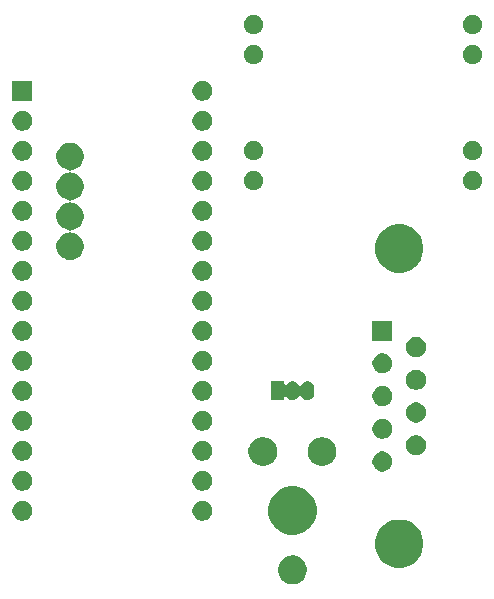
<source format=gbr>
G04 #@! TF.GenerationSoftware,KiCad,Pcbnew,5.1.5-52549c5~84~ubuntu19.10.1*
G04 #@! TF.CreationDate,2020-09-03T13:43:05+03:00*
G04 #@! TF.ProjectId,hymTracker,68796d54-7261-4636-9b65-722e6b696361,rev?*
G04 #@! TF.SameCoordinates,Original*
G04 #@! TF.FileFunction,Soldermask,Top*
G04 #@! TF.FilePolarity,Negative*
%FSLAX46Y46*%
G04 Gerber Fmt 4.6, Leading zero omitted, Abs format (unit mm)*
G04 Created by KiCad (PCBNEW 5.1.5-52549c5~84~ubuntu19.10.1) date 2020-09-03 13:43:05*
%MOMM*%
%LPD*%
G04 APERTURE LIST*
%ADD10C,0.100000*%
G04 APERTURE END LIST*
D10*
G36*
X84176153Y-91455922D02*
G01*
X84268194Y-91494047D01*
X84398359Y-91547963D01*
X84598342Y-91681587D01*
X84768413Y-91851658D01*
X84902037Y-92051641D01*
X84994078Y-92273848D01*
X85041000Y-92509741D01*
X85041000Y-92750259D01*
X84994078Y-92986152D01*
X84902037Y-93208359D01*
X84768413Y-93408342D01*
X84598342Y-93578413D01*
X84398359Y-93712037D01*
X84268194Y-93765953D01*
X84176153Y-93804078D01*
X84058205Y-93827539D01*
X83940259Y-93851000D01*
X83699741Y-93851000D01*
X83581795Y-93827539D01*
X83463847Y-93804078D01*
X83371806Y-93765953D01*
X83241641Y-93712037D01*
X83041658Y-93578413D01*
X82871587Y-93408342D01*
X82737963Y-93208359D01*
X82645922Y-92986152D01*
X82599000Y-92750259D01*
X82599000Y-92509741D01*
X82645922Y-92273848D01*
X82737963Y-92051641D01*
X82871587Y-91851658D01*
X83041658Y-91681587D01*
X83241641Y-91547963D01*
X83371806Y-91494047D01*
X83463847Y-91455922D01*
X83581795Y-91432461D01*
X83699741Y-91409000D01*
X83940259Y-91409000D01*
X84176153Y-91455922D01*
G37*
G36*
X93458254Y-88457818D02*
G01*
X93831511Y-88612426D01*
X93831513Y-88612427D01*
X94167436Y-88836884D01*
X94453116Y-89122564D01*
X94677574Y-89458489D01*
X94832182Y-89831746D01*
X94911000Y-90227993D01*
X94911000Y-90632007D01*
X94832182Y-91028254D01*
X94677574Y-91401511D01*
X94677573Y-91401513D01*
X94453116Y-91737436D01*
X94167436Y-92023116D01*
X93831513Y-92247573D01*
X93831512Y-92247574D01*
X93831511Y-92247574D01*
X93458254Y-92402182D01*
X93062007Y-92481000D01*
X92657993Y-92481000D01*
X92261746Y-92402182D01*
X91888489Y-92247574D01*
X91888488Y-92247574D01*
X91888487Y-92247573D01*
X91552564Y-92023116D01*
X91266884Y-91737436D01*
X91042427Y-91401513D01*
X91042426Y-91401511D01*
X90887818Y-91028254D01*
X90809000Y-90632007D01*
X90809000Y-90227993D01*
X90887818Y-89831746D01*
X91042426Y-89458489D01*
X91266884Y-89122564D01*
X91552564Y-88836884D01*
X91888487Y-88612427D01*
X91888489Y-88612426D01*
X92261746Y-88457818D01*
X92657993Y-88379000D01*
X93062007Y-88379000D01*
X93458254Y-88457818D01*
G37*
G36*
X84418254Y-85657818D02*
G01*
X84791511Y-85812426D01*
X84791513Y-85812427D01*
X84934989Y-85908295D01*
X85127436Y-86036884D01*
X85413116Y-86322564D01*
X85637574Y-86658489D01*
X85792182Y-87031746D01*
X85871000Y-87427993D01*
X85871000Y-87832007D01*
X85792182Y-88228254D01*
X85697093Y-88457819D01*
X85637573Y-88601513D01*
X85413116Y-88937436D01*
X85127436Y-89223116D01*
X84791513Y-89447573D01*
X84791512Y-89447574D01*
X84791511Y-89447574D01*
X84418254Y-89602182D01*
X84022007Y-89681000D01*
X83617993Y-89681000D01*
X83221746Y-89602182D01*
X82848489Y-89447574D01*
X82848488Y-89447574D01*
X82848487Y-89447573D01*
X82512564Y-89223116D01*
X82226884Y-88937436D01*
X82002427Y-88601513D01*
X81942907Y-88457819D01*
X81847818Y-88228254D01*
X81769000Y-87832007D01*
X81769000Y-87427993D01*
X81847818Y-87031746D01*
X82002426Y-86658489D01*
X82226884Y-86322564D01*
X82512564Y-86036884D01*
X82705011Y-85908295D01*
X82848487Y-85812427D01*
X82848489Y-85812426D01*
X83221746Y-85657818D01*
X83617993Y-85579000D01*
X84022007Y-85579000D01*
X84418254Y-85657818D01*
G37*
G36*
X61208228Y-86811703D02*
G01*
X61363100Y-86875853D01*
X61502481Y-86968985D01*
X61621015Y-87087519D01*
X61714147Y-87226900D01*
X61778297Y-87381772D01*
X61811000Y-87546184D01*
X61811000Y-87713816D01*
X61778297Y-87878228D01*
X61714147Y-88033100D01*
X61621015Y-88172481D01*
X61502481Y-88291015D01*
X61363100Y-88384147D01*
X61208228Y-88448297D01*
X61043816Y-88481000D01*
X60876184Y-88481000D01*
X60711772Y-88448297D01*
X60556900Y-88384147D01*
X60417519Y-88291015D01*
X60298985Y-88172481D01*
X60205853Y-88033100D01*
X60141703Y-87878228D01*
X60109000Y-87713816D01*
X60109000Y-87546184D01*
X60141703Y-87381772D01*
X60205853Y-87226900D01*
X60298985Y-87087519D01*
X60417519Y-86968985D01*
X60556900Y-86875853D01*
X60711772Y-86811703D01*
X60876184Y-86779000D01*
X61043816Y-86779000D01*
X61208228Y-86811703D01*
G37*
G36*
X76448228Y-86811703D02*
G01*
X76603100Y-86875853D01*
X76742481Y-86968985D01*
X76861015Y-87087519D01*
X76954147Y-87226900D01*
X77018297Y-87381772D01*
X77051000Y-87546184D01*
X77051000Y-87713816D01*
X77018297Y-87878228D01*
X76954147Y-88033100D01*
X76861015Y-88172481D01*
X76742481Y-88291015D01*
X76603100Y-88384147D01*
X76448228Y-88448297D01*
X76283816Y-88481000D01*
X76116184Y-88481000D01*
X75951772Y-88448297D01*
X75796900Y-88384147D01*
X75657519Y-88291015D01*
X75538985Y-88172481D01*
X75445853Y-88033100D01*
X75381703Y-87878228D01*
X75349000Y-87713816D01*
X75349000Y-87546184D01*
X75381703Y-87381772D01*
X75445853Y-87226900D01*
X75538985Y-87087519D01*
X75657519Y-86968985D01*
X75796900Y-86875853D01*
X75951772Y-86811703D01*
X76116184Y-86779000D01*
X76283816Y-86779000D01*
X76448228Y-86811703D01*
G37*
G36*
X61208228Y-84271703D02*
G01*
X61363100Y-84335853D01*
X61502481Y-84428985D01*
X61621015Y-84547519D01*
X61714147Y-84686900D01*
X61778297Y-84841772D01*
X61811000Y-85006184D01*
X61811000Y-85173816D01*
X61778297Y-85338228D01*
X61714147Y-85493100D01*
X61621015Y-85632481D01*
X61502481Y-85751015D01*
X61363100Y-85844147D01*
X61208228Y-85908297D01*
X61043816Y-85941000D01*
X60876184Y-85941000D01*
X60711772Y-85908297D01*
X60556900Y-85844147D01*
X60417519Y-85751015D01*
X60298985Y-85632481D01*
X60205853Y-85493100D01*
X60141703Y-85338228D01*
X60109000Y-85173816D01*
X60109000Y-85006184D01*
X60141703Y-84841772D01*
X60205853Y-84686900D01*
X60298985Y-84547519D01*
X60417519Y-84428985D01*
X60556900Y-84335853D01*
X60711772Y-84271703D01*
X60876184Y-84239000D01*
X61043816Y-84239000D01*
X61208228Y-84271703D01*
G37*
G36*
X76448228Y-84271703D02*
G01*
X76603100Y-84335853D01*
X76742481Y-84428985D01*
X76861015Y-84547519D01*
X76954147Y-84686900D01*
X77018297Y-84841772D01*
X77051000Y-85006184D01*
X77051000Y-85173816D01*
X77018297Y-85338228D01*
X76954147Y-85493100D01*
X76861015Y-85632481D01*
X76742481Y-85751015D01*
X76603100Y-85844147D01*
X76448228Y-85908297D01*
X76283816Y-85941000D01*
X76116184Y-85941000D01*
X75951772Y-85908297D01*
X75796900Y-85844147D01*
X75657519Y-85751015D01*
X75538985Y-85632481D01*
X75445853Y-85493100D01*
X75381703Y-85338228D01*
X75349000Y-85173816D01*
X75349000Y-85006184D01*
X75381703Y-84841772D01*
X75445853Y-84686900D01*
X75538985Y-84547519D01*
X75657519Y-84428985D01*
X75796900Y-84335853D01*
X75951772Y-84271703D01*
X76116184Y-84239000D01*
X76283816Y-84239000D01*
X76448228Y-84271703D01*
G37*
G36*
X91688228Y-82651703D02*
G01*
X91843100Y-82715853D01*
X91982481Y-82808985D01*
X92101015Y-82927519D01*
X92194147Y-83066900D01*
X92258297Y-83221772D01*
X92291000Y-83386184D01*
X92291000Y-83553816D01*
X92258297Y-83718228D01*
X92194147Y-83873100D01*
X92101015Y-84012481D01*
X91982481Y-84131015D01*
X91843100Y-84224147D01*
X91688228Y-84288297D01*
X91523816Y-84321000D01*
X91356184Y-84321000D01*
X91191772Y-84288297D01*
X91036900Y-84224147D01*
X90897519Y-84131015D01*
X90778985Y-84012481D01*
X90685853Y-83873100D01*
X90621703Y-83718228D01*
X90589000Y-83553816D01*
X90589000Y-83386184D01*
X90621703Y-83221772D01*
X90685853Y-83066900D01*
X90778985Y-82927519D01*
X90897519Y-82808985D01*
X91036900Y-82715853D01*
X91191772Y-82651703D01*
X91356184Y-82619000D01*
X91523816Y-82619000D01*
X91688228Y-82651703D01*
G37*
G36*
X86676153Y-81455922D02*
G01*
X86768194Y-81494047D01*
X86898359Y-81547963D01*
X87098342Y-81681587D01*
X87268413Y-81851658D01*
X87402037Y-82051641D01*
X87441496Y-82146903D01*
X87494078Y-82273847D01*
X87541000Y-82509742D01*
X87541000Y-82750258D01*
X87500653Y-82953100D01*
X87494078Y-82986152D01*
X87402037Y-83208359D01*
X87268413Y-83408342D01*
X87098342Y-83578413D01*
X86898359Y-83712037D01*
X86768194Y-83765953D01*
X86676153Y-83804078D01*
X86440259Y-83851000D01*
X86199741Y-83851000D01*
X85963847Y-83804078D01*
X85871806Y-83765953D01*
X85741641Y-83712037D01*
X85541658Y-83578413D01*
X85371587Y-83408342D01*
X85237963Y-83208359D01*
X85145922Y-82986152D01*
X85139348Y-82953100D01*
X85099000Y-82750258D01*
X85099000Y-82509742D01*
X85145922Y-82273847D01*
X85198504Y-82146903D01*
X85237963Y-82051641D01*
X85371587Y-81851658D01*
X85541658Y-81681587D01*
X85741641Y-81547963D01*
X85871806Y-81494047D01*
X85963847Y-81455922D01*
X86199741Y-81409000D01*
X86440259Y-81409000D01*
X86676153Y-81455922D01*
G37*
G36*
X81676153Y-81455922D02*
G01*
X81768194Y-81494047D01*
X81898359Y-81547963D01*
X82098342Y-81681587D01*
X82268413Y-81851658D01*
X82402037Y-82051641D01*
X82441496Y-82146903D01*
X82494078Y-82273847D01*
X82541000Y-82509742D01*
X82541000Y-82750258D01*
X82500653Y-82953100D01*
X82494078Y-82986152D01*
X82402037Y-83208359D01*
X82268413Y-83408342D01*
X82098342Y-83578413D01*
X81898359Y-83712037D01*
X81768194Y-83765953D01*
X81676153Y-83804078D01*
X81440259Y-83851000D01*
X81199741Y-83851000D01*
X80963847Y-83804078D01*
X80871806Y-83765953D01*
X80741641Y-83712037D01*
X80541658Y-83578413D01*
X80371587Y-83408342D01*
X80237963Y-83208359D01*
X80145922Y-82986152D01*
X80139348Y-82953100D01*
X80099000Y-82750258D01*
X80099000Y-82509742D01*
X80145922Y-82273847D01*
X80198504Y-82146903D01*
X80237963Y-82051641D01*
X80371587Y-81851658D01*
X80541658Y-81681587D01*
X80741641Y-81547963D01*
X80871806Y-81494047D01*
X80963847Y-81455922D01*
X81199741Y-81409000D01*
X81440259Y-81409000D01*
X81676153Y-81455922D01*
G37*
G36*
X61208228Y-81731703D02*
G01*
X61363100Y-81795853D01*
X61502481Y-81888985D01*
X61621015Y-82007519D01*
X61714147Y-82146900D01*
X61778297Y-82301772D01*
X61811000Y-82466184D01*
X61811000Y-82633816D01*
X61778297Y-82798228D01*
X61714147Y-82953100D01*
X61621015Y-83092481D01*
X61502481Y-83211015D01*
X61363100Y-83304147D01*
X61208228Y-83368297D01*
X61043816Y-83401000D01*
X60876184Y-83401000D01*
X60711772Y-83368297D01*
X60556900Y-83304147D01*
X60417519Y-83211015D01*
X60298985Y-83092481D01*
X60205853Y-82953100D01*
X60141703Y-82798228D01*
X60109000Y-82633816D01*
X60109000Y-82466184D01*
X60141703Y-82301772D01*
X60205853Y-82146900D01*
X60298985Y-82007519D01*
X60417519Y-81888985D01*
X60556900Y-81795853D01*
X60711772Y-81731703D01*
X60876184Y-81699000D01*
X61043816Y-81699000D01*
X61208228Y-81731703D01*
G37*
G36*
X76448228Y-81731703D02*
G01*
X76603100Y-81795853D01*
X76742481Y-81888985D01*
X76861015Y-82007519D01*
X76954147Y-82146900D01*
X77018297Y-82301772D01*
X77051000Y-82466184D01*
X77051000Y-82633816D01*
X77018297Y-82798228D01*
X76954147Y-82953100D01*
X76861015Y-83092481D01*
X76742481Y-83211015D01*
X76603100Y-83304147D01*
X76448228Y-83368297D01*
X76283816Y-83401000D01*
X76116184Y-83401000D01*
X75951772Y-83368297D01*
X75796900Y-83304147D01*
X75657519Y-83211015D01*
X75538985Y-83092481D01*
X75445853Y-82953100D01*
X75381703Y-82798228D01*
X75349000Y-82633816D01*
X75349000Y-82466184D01*
X75381703Y-82301772D01*
X75445853Y-82146900D01*
X75538985Y-82007519D01*
X75657519Y-81888985D01*
X75796900Y-81795853D01*
X75951772Y-81731703D01*
X76116184Y-81699000D01*
X76283816Y-81699000D01*
X76448228Y-81731703D01*
G37*
G36*
X94528228Y-81266703D02*
G01*
X94683100Y-81330853D01*
X94822481Y-81423985D01*
X94941015Y-81542519D01*
X95034147Y-81681900D01*
X95098297Y-81836772D01*
X95131000Y-82001184D01*
X95131000Y-82168816D01*
X95098297Y-82333228D01*
X95034147Y-82488100D01*
X94941015Y-82627481D01*
X94822481Y-82746015D01*
X94683100Y-82839147D01*
X94528228Y-82903297D01*
X94363816Y-82936000D01*
X94196184Y-82936000D01*
X94031772Y-82903297D01*
X93876900Y-82839147D01*
X93737519Y-82746015D01*
X93618985Y-82627481D01*
X93525853Y-82488100D01*
X93461703Y-82333228D01*
X93429000Y-82168816D01*
X93429000Y-82001184D01*
X93461703Y-81836772D01*
X93525853Y-81681900D01*
X93618985Y-81542519D01*
X93737519Y-81423985D01*
X93876900Y-81330853D01*
X94031772Y-81266703D01*
X94196184Y-81234000D01*
X94363816Y-81234000D01*
X94528228Y-81266703D01*
G37*
G36*
X91688228Y-79881703D02*
G01*
X91843100Y-79945853D01*
X91982481Y-80038985D01*
X92101015Y-80157519D01*
X92194147Y-80296900D01*
X92258297Y-80451772D01*
X92291000Y-80616184D01*
X92291000Y-80783816D01*
X92258297Y-80948228D01*
X92194147Y-81103100D01*
X92101015Y-81242481D01*
X91982481Y-81361015D01*
X91843100Y-81454147D01*
X91688228Y-81518297D01*
X91523816Y-81551000D01*
X91356184Y-81551000D01*
X91191772Y-81518297D01*
X91036900Y-81454147D01*
X90897519Y-81361015D01*
X90778985Y-81242481D01*
X90685853Y-81103100D01*
X90621703Y-80948228D01*
X90589000Y-80783816D01*
X90589000Y-80616184D01*
X90621703Y-80451772D01*
X90685853Y-80296900D01*
X90778985Y-80157519D01*
X90897519Y-80038985D01*
X91036900Y-79945853D01*
X91191772Y-79881703D01*
X91356184Y-79849000D01*
X91523816Y-79849000D01*
X91688228Y-79881703D01*
G37*
G36*
X76448228Y-79191703D02*
G01*
X76603100Y-79255853D01*
X76742481Y-79348985D01*
X76861015Y-79467519D01*
X76954147Y-79606900D01*
X77018297Y-79761772D01*
X77051000Y-79926184D01*
X77051000Y-80093816D01*
X77018297Y-80258228D01*
X76954147Y-80413100D01*
X76861015Y-80552481D01*
X76742481Y-80671015D01*
X76603100Y-80764147D01*
X76448228Y-80828297D01*
X76283816Y-80861000D01*
X76116184Y-80861000D01*
X75951772Y-80828297D01*
X75796900Y-80764147D01*
X75657519Y-80671015D01*
X75538985Y-80552481D01*
X75445853Y-80413100D01*
X75381703Y-80258228D01*
X75349000Y-80093816D01*
X75349000Y-79926184D01*
X75381703Y-79761772D01*
X75445853Y-79606900D01*
X75538985Y-79467519D01*
X75657519Y-79348985D01*
X75796900Y-79255853D01*
X75951772Y-79191703D01*
X76116184Y-79159000D01*
X76283816Y-79159000D01*
X76448228Y-79191703D01*
G37*
G36*
X61208228Y-79191703D02*
G01*
X61363100Y-79255853D01*
X61502481Y-79348985D01*
X61621015Y-79467519D01*
X61714147Y-79606900D01*
X61778297Y-79761772D01*
X61811000Y-79926184D01*
X61811000Y-80093816D01*
X61778297Y-80258228D01*
X61714147Y-80413100D01*
X61621015Y-80552481D01*
X61502481Y-80671015D01*
X61363100Y-80764147D01*
X61208228Y-80828297D01*
X61043816Y-80861000D01*
X60876184Y-80861000D01*
X60711772Y-80828297D01*
X60556900Y-80764147D01*
X60417519Y-80671015D01*
X60298985Y-80552481D01*
X60205853Y-80413100D01*
X60141703Y-80258228D01*
X60109000Y-80093816D01*
X60109000Y-79926184D01*
X60141703Y-79761772D01*
X60205853Y-79606900D01*
X60298985Y-79467519D01*
X60417519Y-79348985D01*
X60556900Y-79255853D01*
X60711772Y-79191703D01*
X60876184Y-79159000D01*
X61043816Y-79159000D01*
X61208228Y-79191703D01*
G37*
G36*
X94528228Y-78496703D02*
G01*
X94683100Y-78560853D01*
X94822481Y-78653985D01*
X94941015Y-78772519D01*
X95034147Y-78911900D01*
X95098297Y-79066772D01*
X95131000Y-79231184D01*
X95131000Y-79398816D01*
X95098297Y-79563228D01*
X95034147Y-79718100D01*
X94941015Y-79857481D01*
X94822481Y-79976015D01*
X94683100Y-80069147D01*
X94528228Y-80133297D01*
X94363816Y-80166000D01*
X94196184Y-80166000D01*
X94031772Y-80133297D01*
X93876900Y-80069147D01*
X93737519Y-79976015D01*
X93618985Y-79857481D01*
X93525853Y-79718100D01*
X93461703Y-79563228D01*
X93429000Y-79398816D01*
X93429000Y-79231184D01*
X93461703Y-79066772D01*
X93525853Y-78911900D01*
X93618985Y-78772519D01*
X93737519Y-78653985D01*
X93876900Y-78560853D01*
X94031772Y-78496703D01*
X94196184Y-78464000D01*
X94363816Y-78464000D01*
X94528228Y-78496703D01*
G37*
G36*
X91688228Y-77111703D02*
G01*
X91843100Y-77175853D01*
X91982481Y-77268985D01*
X92101015Y-77387519D01*
X92194147Y-77526900D01*
X92258297Y-77681772D01*
X92291000Y-77846184D01*
X92291000Y-78013816D01*
X92258297Y-78178228D01*
X92194147Y-78333100D01*
X92101015Y-78472481D01*
X91982481Y-78591015D01*
X91843100Y-78684147D01*
X91688228Y-78748297D01*
X91523816Y-78781000D01*
X91356184Y-78781000D01*
X91191772Y-78748297D01*
X91036900Y-78684147D01*
X90897519Y-78591015D01*
X90778985Y-78472481D01*
X90685853Y-78333100D01*
X90621703Y-78178228D01*
X90589000Y-78013816D01*
X90589000Y-77846184D01*
X90621703Y-77681772D01*
X90685853Y-77526900D01*
X90778985Y-77387519D01*
X90897519Y-77268985D01*
X91036900Y-77175853D01*
X91191772Y-77111703D01*
X91356184Y-77079000D01*
X91523816Y-77079000D01*
X91688228Y-77111703D01*
G37*
G36*
X76448228Y-76651703D02*
G01*
X76603100Y-76715853D01*
X76742481Y-76808985D01*
X76861015Y-76927519D01*
X76954147Y-77066900D01*
X77018297Y-77221772D01*
X77051000Y-77386184D01*
X77051000Y-77553816D01*
X77018297Y-77718228D01*
X76954147Y-77873100D01*
X76861015Y-78012481D01*
X76742481Y-78131015D01*
X76603100Y-78224147D01*
X76448228Y-78288297D01*
X76283816Y-78321000D01*
X76116184Y-78321000D01*
X75951772Y-78288297D01*
X75796900Y-78224147D01*
X75657519Y-78131015D01*
X75538985Y-78012481D01*
X75445853Y-77873100D01*
X75381703Y-77718228D01*
X75349000Y-77553816D01*
X75349000Y-77386184D01*
X75381703Y-77221772D01*
X75445853Y-77066900D01*
X75538985Y-76927519D01*
X75657519Y-76808985D01*
X75796900Y-76715853D01*
X75951772Y-76651703D01*
X76116184Y-76619000D01*
X76283816Y-76619000D01*
X76448228Y-76651703D01*
G37*
G36*
X61208228Y-76651703D02*
G01*
X61363100Y-76715853D01*
X61502481Y-76808985D01*
X61621015Y-76927519D01*
X61714147Y-77066900D01*
X61778297Y-77221772D01*
X61811000Y-77386184D01*
X61811000Y-77553816D01*
X61778297Y-77718228D01*
X61714147Y-77873100D01*
X61621015Y-78012481D01*
X61502481Y-78131015D01*
X61363100Y-78224147D01*
X61208228Y-78288297D01*
X61043816Y-78321000D01*
X60876184Y-78321000D01*
X60711772Y-78288297D01*
X60556900Y-78224147D01*
X60417519Y-78131015D01*
X60298985Y-78012481D01*
X60205853Y-77873100D01*
X60141703Y-77718228D01*
X60109000Y-77553816D01*
X60109000Y-77386184D01*
X60141703Y-77221772D01*
X60205853Y-77066900D01*
X60298985Y-76927519D01*
X60417519Y-76808985D01*
X60556900Y-76715853D01*
X60711772Y-76651703D01*
X60876184Y-76619000D01*
X61043816Y-76619000D01*
X61208228Y-76651703D01*
G37*
G36*
X85202915Y-76677334D02*
G01*
X85311491Y-76710271D01*
X85311494Y-76710272D01*
X85347600Y-76729571D01*
X85411556Y-76763756D01*
X85499264Y-76835736D01*
X85571244Y-76923443D01*
X85605429Y-76987399D01*
X85624728Y-77023505D01*
X85624729Y-77023508D01*
X85657666Y-77132084D01*
X85666000Y-77216702D01*
X85666000Y-77723297D01*
X85657666Y-77807916D01*
X85625252Y-77914767D01*
X85624728Y-77916495D01*
X85614761Y-77935141D01*
X85571244Y-78016557D01*
X85499264Y-78104264D01*
X85411557Y-78176244D01*
X85347601Y-78210429D01*
X85311495Y-78229728D01*
X85311492Y-78229729D01*
X85202916Y-78262666D01*
X85090000Y-78273787D01*
X84977085Y-78262666D01*
X84868509Y-78229729D01*
X84868506Y-78229728D01*
X84832400Y-78210429D01*
X84768444Y-78176244D01*
X84680737Y-78104264D01*
X84608757Y-78016557D01*
X84565239Y-77935141D01*
X84551625Y-77914766D01*
X84534298Y-77897439D01*
X84513924Y-77883826D01*
X84491285Y-77874448D01*
X84467252Y-77869668D01*
X84442748Y-77869668D01*
X84418715Y-77874448D01*
X84396076Y-77883826D01*
X84375701Y-77897440D01*
X84358374Y-77914767D01*
X84344761Y-77935141D01*
X84301244Y-78016557D01*
X84229264Y-78104264D01*
X84141557Y-78176244D01*
X84077601Y-78210429D01*
X84041495Y-78229728D01*
X84041492Y-78229729D01*
X83932916Y-78262666D01*
X83820000Y-78273787D01*
X83707085Y-78262666D01*
X83598509Y-78229729D01*
X83598506Y-78229728D01*
X83562400Y-78210429D01*
X83498444Y-78176244D01*
X83410737Y-78104264D01*
X83347622Y-78027359D01*
X83330297Y-78010034D01*
X83309923Y-77996420D01*
X83287284Y-77987043D01*
X83263250Y-77982263D01*
X83238746Y-77982263D01*
X83214713Y-77987044D01*
X83192074Y-77996421D01*
X83171700Y-78010035D01*
X83154373Y-78027362D01*
X83140759Y-78047736D01*
X83131382Y-78070375D01*
X83126000Y-78106660D01*
X83126000Y-78271000D01*
X81974000Y-78271000D01*
X81974000Y-76669000D01*
X83126000Y-76669000D01*
X83126000Y-76833341D01*
X83128402Y-76857727D01*
X83135515Y-76881176D01*
X83147066Y-76902787D01*
X83162611Y-76921729D01*
X83181553Y-76937274D01*
X83203164Y-76948825D01*
X83226613Y-76955938D01*
X83250999Y-76958340D01*
X83275385Y-76955938D01*
X83298834Y-76948825D01*
X83320445Y-76937274D01*
X83339387Y-76921729D01*
X83347608Y-76912657D01*
X83410736Y-76835736D01*
X83498443Y-76763756D01*
X83562399Y-76729571D01*
X83598505Y-76710272D01*
X83598508Y-76710271D01*
X83707084Y-76677334D01*
X83820000Y-76666213D01*
X83932915Y-76677334D01*
X84041491Y-76710271D01*
X84041494Y-76710272D01*
X84077600Y-76729571D01*
X84141556Y-76763756D01*
X84229264Y-76835736D01*
X84301244Y-76923443D01*
X84344761Y-77004859D01*
X84358375Y-77025234D01*
X84375702Y-77042561D01*
X84396076Y-77056174D01*
X84418715Y-77065552D01*
X84442748Y-77070332D01*
X84467252Y-77070332D01*
X84491285Y-77065552D01*
X84513924Y-77056174D01*
X84534299Y-77042560D01*
X84551626Y-77025233D01*
X84565239Y-77004860D01*
X84608756Y-76923444D01*
X84680736Y-76835736D01*
X84768443Y-76763756D01*
X84832399Y-76729571D01*
X84868505Y-76710272D01*
X84868508Y-76710271D01*
X84977084Y-76677334D01*
X85090000Y-76666213D01*
X85202915Y-76677334D01*
G37*
G36*
X94528228Y-75726703D02*
G01*
X94683100Y-75790853D01*
X94822481Y-75883985D01*
X94941015Y-76002519D01*
X95034147Y-76141900D01*
X95098297Y-76296772D01*
X95131000Y-76461184D01*
X95131000Y-76628816D01*
X95098297Y-76793228D01*
X95034147Y-76948100D01*
X94941015Y-77087481D01*
X94822481Y-77206015D01*
X94683100Y-77299147D01*
X94528228Y-77363297D01*
X94363816Y-77396000D01*
X94196184Y-77396000D01*
X94031772Y-77363297D01*
X93876900Y-77299147D01*
X93737519Y-77206015D01*
X93618985Y-77087481D01*
X93525853Y-76948100D01*
X93461703Y-76793228D01*
X93429000Y-76628816D01*
X93429000Y-76461184D01*
X93461703Y-76296772D01*
X93525853Y-76141900D01*
X93618985Y-76002519D01*
X93737519Y-75883985D01*
X93876900Y-75790853D01*
X94031772Y-75726703D01*
X94196184Y-75694000D01*
X94363816Y-75694000D01*
X94528228Y-75726703D01*
G37*
G36*
X91688228Y-74341703D02*
G01*
X91843100Y-74405853D01*
X91982481Y-74498985D01*
X92101015Y-74617519D01*
X92194147Y-74756900D01*
X92258297Y-74911772D01*
X92291000Y-75076184D01*
X92291000Y-75243816D01*
X92258297Y-75408228D01*
X92194147Y-75563100D01*
X92101015Y-75702481D01*
X91982481Y-75821015D01*
X91843100Y-75914147D01*
X91688228Y-75978297D01*
X91523816Y-76011000D01*
X91356184Y-76011000D01*
X91191772Y-75978297D01*
X91036900Y-75914147D01*
X90897519Y-75821015D01*
X90778985Y-75702481D01*
X90685853Y-75563100D01*
X90621703Y-75408228D01*
X90589000Y-75243816D01*
X90589000Y-75076184D01*
X90621703Y-74911772D01*
X90685853Y-74756900D01*
X90778985Y-74617519D01*
X90897519Y-74498985D01*
X91036900Y-74405853D01*
X91191772Y-74341703D01*
X91356184Y-74309000D01*
X91523816Y-74309000D01*
X91688228Y-74341703D01*
G37*
G36*
X61208228Y-74111703D02*
G01*
X61363100Y-74175853D01*
X61502481Y-74268985D01*
X61621015Y-74387519D01*
X61714147Y-74526900D01*
X61778297Y-74681772D01*
X61811000Y-74846184D01*
X61811000Y-75013816D01*
X61778297Y-75178228D01*
X61714147Y-75333100D01*
X61621015Y-75472481D01*
X61502481Y-75591015D01*
X61363100Y-75684147D01*
X61208228Y-75748297D01*
X61043816Y-75781000D01*
X60876184Y-75781000D01*
X60711772Y-75748297D01*
X60556900Y-75684147D01*
X60417519Y-75591015D01*
X60298985Y-75472481D01*
X60205853Y-75333100D01*
X60141703Y-75178228D01*
X60109000Y-75013816D01*
X60109000Y-74846184D01*
X60141703Y-74681772D01*
X60205853Y-74526900D01*
X60298985Y-74387519D01*
X60417519Y-74268985D01*
X60556900Y-74175853D01*
X60711772Y-74111703D01*
X60876184Y-74079000D01*
X61043816Y-74079000D01*
X61208228Y-74111703D01*
G37*
G36*
X76448228Y-74111703D02*
G01*
X76603100Y-74175853D01*
X76742481Y-74268985D01*
X76861015Y-74387519D01*
X76954147Y-74526900D01*
X77018297Y-74681772D01*
X77051000Y-74846184D01*
X77051000Y-75013816D01*
X77018297Y-75178228D01*
X76954147Y-75333100D01*
X76861015Y-75472481D01*
X76742481Y-75591015D01*
X76603100Y-75684147D01*
X76448228Y-75748297D01*
X76283816Y-75781000D01*
X76116184Y-75781000D01*
X75951772Y-75748297D01*
X75796900Y-75684147D01*
X75657519Y-75591015D01*
X75538985Y-75472481D01*
X75445853Y-75333100D01*
X75381703Y-75178228D01*
X75349000Y-75013816D01*
X75349000Y-74846184D01*
X75381703Y-74681772D01*
X75445853Y-74526900D01*
X75538985Y-74387519D01*
X75657519Y-74268985D01*
X75796900Y-74175853D01*
X75951772Y-74111703D01*
X76116184Y-74079000D01*
X76283816Y-74079000D01*
X76448228Y-74111703D01*
G37*
G36*
X94528228Y-72956703D02*
G01*
X94683100Y-73020853D01*
X94822481Y-73113985D01*
X94941015Y-73232519D01*
X95034147Y-73371900D01*
X95098297Y-73526772D01*
X95131000Y-73691184D01*
X95131000Y-73858816D01*
X95098297Y-74023228D01*
X95034147Y-74178100D01*
X94941015Y-74317481D01*
X94822481Y-74436015D01*
X94683100Y-74529147D01*
X94528228Y-74593297D01*
X94363816Y-74626000D01*
X94196184Y-74626000D01*
X94031772Y-74593297D01*
X93876900Y-74529147D01*
X93737519Y-74436015D01*
X93618985Y-74317481D01*
X93525853Y-74178100D01*
X93461703Y-74023228D01*
X93429000Y-73858816D01*
X93429000Y-73691184D01*
X93461703Y-73526772D01*
X93525853Y-73371900D01*
X93618985Y-73232519D01*
X93737519Y-73113985D01*
X93876900Y-73020853D01*
X94031772Y-72956703D01*
X94196184Y-72924000D01*
X94363816Y-72924000D01*
X94528228Y-72956703D01*
G37*
G36*
X61208228Y-71571703D02*
G01*
X61363100Y-71635853D01*
X61502481Y-71728985D01*
X61621015Y-71847519D01*
X61714147Y-71986900D01*
X61778297Y-72141772D01*
X61811000Y-72306184D01*
X61811000Y-72473816D01*
X61778297Y-72638228D01*
X61714147Y-72793100D01*
X61621015Y-72932481D01*
X61502481Y-73051015D01*
X61363100Y-73144147D01*
X61208228Y-73208297D01*
X61043816Y-73241000D01*
X60876184Y-73241000D01*
X60711772Y-73208297D01*
X60556900Y-73144147D01*
X60417519Y-73051015D01*
X60298985Y-72932481D01*
X60205853Y-72793100D01*
X60141703Y-72638228D01*
X60109000Y-72473816D01*
X60109000Y-72306184D01*
X60141703Y-72141772D01*
X60205853Y-71986900D01*
X60298985Y-71847519D01*
X60417519Y-71728985D01*
X60556900Y-71635853D01*
X60711772Y-71571703D01*
X60876184Y-71539000D01*
X61043816Y-71539000D01*
X61208228Y-71571703D01*
G37*
G36*
X92291000Y-73241000D02*
G01*
X90589000Y-73241000D01*
X90589000Y-71539000D01*
X92291000Y-71539000D01*
X92291000Y-73241000D01*
G37*
G36*
X76448228Y-71571703D02*
G01*
X76603100Y-71635853D01*
X76742481Y-71728985D01*
X76861015Y-71847519D01*
X76954147Y-71986900D01*
X77018297Y-72141772D01*
X77051000Y-72306184D01*
X77051000Y-72473816D01*
X77018297Y-72638228D01*
X76954147Y-72793100D01*
X76861015Y-72932481D01*
X76742481Y-73051015D01*
X76603100Y-73144147D01*
X76448228Y-73208297D01*
X76283816Y-73241000D01*
X76116184Y-73241000D01*
X75951772Y-73208297D01*
X75796900Y-73144147D01*
X75657519Y-73051015D01*
X75538985Y-72932481D01*
X75445853Y-72793100D01*
X75381703Y-72638228D01*
X75349000Y-72473816D01*
X75349000Y-72306184D01*
X75381703Y-72141772D01*
X75445853Y-71986900D01*
X75538985Y-71847519D01*
X75657519Y-71728985D01*
X75796900Y-71635853D01*
X75951772Y-71571703D01*
X76116184Y-71539000D01*
X76283816Y-71539000D01*
X76448228Y-71571703D01*
G37*
G36*
X61208228Y-69031703D02*
G01*
X61363100Y-69095853D01*
X61502481Y-69188985D01*
X61621015Y-69307519D01*
X61714147Y-69446900D01*
X61778297Y-69601772D01*
X61811000Y-69766184D01*
X61811000Y-69933816D01*
X61778297Y-70098228D01*
X61714147Y-70253100D01*
X61621015Y-70392481D01*
X61502481Y-70511015D01*
X61363100Y-70604147D01*
X61208228Y-70668297D01*
X61043816Y-70701000D01*
X60876184Y-70701000D01*
X60711772Y-70668297D01*
X60556900Y-70604147D01*
X60417519Y-70511015D01*
X60298985Y-70392481D01*
X60205853Y-70253100D01*
X60141703Y-70098228D01*
X60109000Y-69933816D01*
X60109000Y-69766184D01*
X60141703Y-69601772D01*
X60205853Y-69446900D01*
X60298985Y-69307519D01*
X60417519Y-69188985D01*
X60556900Y-69095853D01*
X60711772Y-69031703D01*
X60876184Y-68999000D01*
X61043816Y-68999000D01*
X61208228Y-69031703D01*
G37*
G36*
X76448228Y-69031703D02*
G01*
X76603100Y-69095853D01*
X76742481Y-69188985D01*
X76861015Y-69307519D01*
X76954147Y-69446900D01*
X77018297Y-69601772D01*
X77051000Y-69766184D01*
X77051000Y-69933816D01*
X77018297Y-70098228D01*
X76954147Y-70253100D01*
X76861015Y-70392481D01*
X76742481Y-70511015D01*
X76603100Y-70604147D01*
X76448228Y-70668297D01*
X76283816Y-70701000D01*
X76116184Y-70701000D01*
X75951772Y-70668297D01*
X75796900Y-70604147D01*
X75657519Y-70511015D01*
X75538985Y-70392481D01*
X75445853Y-70253100D01*
X75381703Y-70098228D01*
X75349000Y-69933816D01*
X75349000Y-69766184D01*
X75381703Y-69601772D01*
X75445853Y-69446900D01*
X75538985Y-69307519D01*
X75657519Y-69188985D01*
X75796900Y-69095853D01*
X75951772Y-69031703D01*
X76116184Y-68999000D01*
X76283816Y-68999000D01*
X76448228Y-69031703D01*
G37*
G36*
X76448228Y-66491703D02*
G01*
X76603100Y-66555853D01*
X76742481Y-66648985D01*
X76861015Y-66767519D01*
X76954147Y-66906900D01*
X77018297Y-67061772D01*
X77051000Y-67226184D01*
X77051000Y-67393816D01*
X77018297Y-67558228D01*
X76954147Y-67713100D01*
X76861015Y-67852481D01*
X76742481Y-67971015D01*
X76603100Y-68064147D01*
X76448228Y-68128297D01*
X76283816Y-68161000D01*
X76116184Y-68161000D01*
X75951772Y-68128297D01*
X75796900Y-68064147D01*
X75657519Y-67971015D01*
X75538985Y-67852481D01*
X75445853Y-67713100D01*
X75381703Y-67558228D01*
X75349000Y-67393816D01*
X75349000Y-67226184D01*
X75381703Y-67061772D01*
X75445853Y-66906900D01*
X75538985Y-66767519D01*
X75657519Y-66648985D01*
X75796900Y-66555853D01*
X75951772Y-66491703D01*
X76116184Y-66459000D01*
X76283816Y-66459000D01*
X76448228Y-66491703D01*
G37*
G36*
X61208228Y-66491703D02*
G01*
X61363100Y-66555853D01*
X61502481Y-66648985D01*
X61621015Y-66767519D01*
X61714147Y-66906900D01*
X61778297Y-67061772D01*
X61811000Y-67226184D01*
X61811000Y-67393816D01*
X61778297Y-67558228D01*
X61714147Y-67713100D01*
X61621015Y-67852481D01*
X61502481Y-67971015D01*
X61363100Y-68064147D01*
X61208228Y-68128297D01*
X61043816Y-68161000D01*
X60876184Y-68161000D01*
X60711772Y-68128297D01*
X60556900Y-68064147D01*
X60417519Y-67971015D01*
X60298985Y-67852481D01*
X60205853Y-67713100D01*
X60141703Y-67558228D01*
X60109000Y-67393816D01*
X60109000Y-67226184D01*
X60141703Y-67061772D01*
X60205853Y-66906900D01*
X60298985Y-66767519D01*
X60417519Y-66648985D01*
X60556900Y-66555853D01*
X60711772Y-66491703D01*
X60876184Y-66459000D01*
X61043816Y-66459000D01*
X61208228Y-66491703D01*
G37*
G36*
X93458254Y-63457818D02*
G01*
X93796780Y-63598040D01*
X93831513Y-63612427D01*
X93998498Y-63724003D01*
X94167436Y-63836884D01*
X94453116Y-64122564D01*
X94677574Y-64458489D01*
X94832182Y-64831746D01*
X94911000Y-65227993D01*
X94911000Y-65632007D01*
X94832182Y-66028254D01*
X94734531Y-66264004D01*
X94677573Y-66401513D01*
X94453116Y-66737436D01*
X94167436Y-67023116D01*
X93831513Y-67247573D01*
X93831512Y-67247574D01*
X93831511Y-67247574D01*
X93458254Y-67402182D01*
X93062007Y-67481000D01*
X92657993Y-67481000D01*
X92261746Y-67402182D01*
X91888489Y-67247574D01*
X91888488Y-67247574D01*
X91888487Y-67247573D01*
X91552564Y-67023116D01*
X91266884Y-66737436D01*
X91042427Y-66401513D01*
X90985469Y-66264004D01*
X90887818Y-66028254D01*
X90809000Y-65632007D01*
X90809000Y-65227993D01*
X90887818Y-64831746D01*
X91042426Y-64458489D01*
X91266884Y-64122564D01*
X91552564Y-63836884D01*
X91721502Y-63724003D01*
X91888487Y-63612427D01*
X91923220Y-63598040D01*
X92261746Y-63457818D01*
X92657993Y-63379000D01*
X93062007Y-63379000D01*
X93458254Y-63457818D01*
G37*
G36*
X65218549Y-56495116D02*
G01*
X65329734Y-56517232D01*
X65539203Y-56603997D01*
X65727720Y-56729960D01*
X65888040Y-56890280D01*
X66014003Y-57078797D01*
X66100768Y-57288266D01*
X66145000Y-57510636D01*
X66145000Y-57737364D01*
X66100768Y-57959734D01*
X66014003Y-58169203D01*
X65888040Y-58357720D01*
X65727720Y-58518040D01*
X65539203Y-58644003D01*
X65329734Y-58730768D01*
X65202161Y-58756144D01*
X65125448Y-58771403D01*
X65101999Y-58778516D01*
X65080388Y-58790067D01*
X65061446Y-58805612D01*
X65045901Y-58824554D01*
X65034350Y-58846165D01*
X65027237Y-58869614D01*
X65024835Y-58894000D01*
X65027237Y-58918386D01*
X65034350Y-58941835D01*
X65045901Y-58963446D01*
X65061446Y-58982388D01*
X65080388Y-58997933D01*
X65101999Y-59009484D01*
X65125448Y-59016597D01*
X65187726Y-59028985D01*
X65329734Y-59057232D01*
X65539203Y-59143997D01*
X65727720Y-59269960D01*
X65888040Y-59430280D01*
X66014003Y-59618797D01*
X66100768Y-59828266D01*
X66145000Y-60050636D01*
X66145000Y-60277364D01*
X66100768Y-60499734D01*
X66014003Y-60709203D01*
X65888040Y-60897720D01*
X65727720Y-61058040D01*
X65539203Y-61184003D01*
X65329734Y-61270768D01*
X65202161Y-61296144D01*
X65125448Y-61311403D01*
X65101999Y-61318516D01*
X65080388Y-61330067D01*
X65061446Y-61345612D01*
X65045901Y-61364554D01*
X65034350Y-61386165D01*
X65027237Y-61409614D01*
X65024835Y-61434000D01*
X65027237Y-61458386D01*
X65034350Y-61481835D01*
X65045901Y-61503446D01*
X65061446Y-61522388D01*
X65080388Y-61537933D01*
X65101999Y-61549484D01*
X65125448Y-61556597D01*
X65187726Y-61568985D01*
X65329734Y-61597232D01*
X65539203Y-61683997D01*
X65727720Y-61809960D01*
X65888040Y-61970280D01*
X66014003Y-62158797D01*
X66100768Y-62368266D01*
X66145000Y-62590636D01*
X66145000Y-62817364D01*
X66100768Y-63039734D01*
X66014003Y-63249203D01*
X65888040Y-63437720D01*
X65727720Y-63598040D01*
X65539203Y-63724003D01*
X65329734Y-63810768D01*
X65202161Y-63836144D01*
X65125448Y-63851403D01*
X65101999Y-63858516D01*
X65080388Y-63870067D01*
X65061446Y-63885612D01*
X65045901Y-63904554D01*
X65034350Y-63926165D01*
X65027237Y-63949614D01*
X65024835Y-63974000D01*
X65027237Y-63998386D01*
X65034350Y-64021835D01*
X65045901Y-64043446D01*
X65061446Y-64062388D01*
X65080388Y-64077933D01*
X65101999Y-64089484D01*
X65125448Y-64096597D01*
X65187726Y-64108985D01*
X65329734Y-64137232D01*
X65539203Y-64223997D01*
X65727720Y-64349960D01*
X65888040Y-64510280D01*
X66014003Y-64698797D01*
X66100768Y-64908266D01*
X66145000Y-65130636D01*
X66145000Y-65357364D01*
X66100768Y-65579734D01*
X66014003Y-65789203D01*
X65888040Y-65977720D01*
X65727720Y-66138040D01*
X65539203Y-66264003D01*
X65329734Y-66350768D01*
X65218549Y-66372884D01*
X65107365Y-66395000D01*
X64880635Y-66395000D01*
X64769451Y-66372884D01*
X64658266Y-66350768D01*
X64448797Y-66264003D01*
X64260280Y-66138040D01*
X64099960Y-65977720D01*
X63973997Y-65789203D01*
X63887232Y-65579734D01*
X63843000Y-65357364D01*
X63843000Y-65130636D01*
X63887232Y-64908266D01*
X63973997Y-64698797D01*
X64099960Y-64510280D01*
X64260280Y-64349960D01*
X64448797Y-64223997D01*
X64658266Y-64137232D01*
X64800274Y-64108985D01*
X64862552Y-64096597D01*
X64886001Y-64089484D01*
X64907612Y-64077933D01*
X64926554Y-64062388D01*
X64942099Y-64043446D01*
X64953650Y-64021835D01*
X64960763Y-63998386D01*
X64963165Y-63974000D01*
X64960763Y-63949614D01*
X64953650Y-63926165D01*
X64942099Y-63904554D01*
X64926554Y-63885612D01*
X64907612Y-63870067D01*
X64886001Y-63858516D01*
X64862552Y-63851403D01*
X64785839Y-63836144D01*
X64658266Y-63810768D01*
X64448797Y-63724003D01*
X64260280Y-63598040D01*
X64099960Y-63437720D01*
X63973997Y-63249203D01*
X63887232Y-63039734D01*
X63843000Y-62817364D01*
X63843000Y-62590636D01*
X63887232Y-62368266D01*
X63973997Y-62158797D01*
X64099960Y-61970280D01*
X64260280Y-61809960D01*
X64448797Y-61683997D01*
X64658266Y-61597232D01*
X64800274Y-61568985D01*
X64862552Y-61556597D01*
X64886001Y-61549484D01*
X64907612Y-61537933D01*
X64926554Y-61522388D01*
X64942099Y-61503446D01*
X64953650Y-61481835D01*
X64960763Y-61458386D01*
X64963165Y-61434000D01*
X64960763Y-61409614D01*
X64953650Y-61386165D01*
X64942099Y-61364554D01*
X64926554Y-61345612D01*
X64907612Y-61330067D01*
X64886001Y-61318516D01*
X64862552Y-61311403D01*
X64785839Y-61296144D01*
X64658266Y-61270768D01*
X64448797Y-61184003D01*
X64260280Y-61058040D01*
X64099960Y-60897720D01*
X63973997Y-60709203D01*
X63887232Y-60499734D01*
X63843000Y-60277364D01*
X63843000Y-60050636D01*
X63887232Y-59828266D01*
X63973997Y-59618797D01*
X64099960Y-59430280D01*
X64260280Y-59269960D01*
X64448797Y-59143997D01*
X64658266Y-59057232D01*
X64800274Y-59028985D01*
X64862552Y-59016597D01*
X64886001Y-59009484D01*
X64907612Y-58997933D01*
X64926554Y-58982388D01*
X64942099Y-58963446D01*
X64953650Y-58941835D01*
X64960763Y-58918386D01*
X64963165Y-58894000D01*
X64960763Y-58869614D01*
X64953650Y-58846165D01*
X64942099Y-58824554D01*
X64926554Y-58805612D01*
X64907612Y-58790067D01*
X64886001Y-58778516D01*
X64862552Y-58771403D01*
X64785839Y-58756144D01*
X64658266Y-58730768D01*
X64448797Y-58644003D01*
X64260280Y-58518040D01*
X64099960Y-58357720D01*
X63973997Y-58169203D01*
X63887232Y-57959734D01*
X63843000Y-57737364D01*
X63843000Y-57510636D01*
X63887232Y-57288266D01*
X63973997Y-57078797D01*
X64099960Y-56890280D01*
X64260280Y-56729960D01*
X64448797Y-56603997D01*
X64658266Y-56517232D01*
X64769451Y-56495116D01*
X64880635Y-56473000D01*
X65107365Y-56473000D01*
X65218549Y-56495116D01*
G37*
G36*
X61208228Y-63951703D02*
G01*
X61363100Y-64015853D01*
X61502481Y-64108985D01*
X61621015Y-64227519D01*
X61714147Y-64366900D01*
X61778297Y-64521772D01*
X61811000Y-64686184D01*
X61811000Y-64853816D01*
X61778297Y-65018228D01*
X61714147Y-65173100D01*
X61621015Y-65312481D01*
X61502481Y-65431015D01*
X61363100Y-65524147D01*
X61208228Y-65588297D01*
X61043816Y-65621000D01*
X60876184Y-65621000D01*
X60711772Y-65588297D01*
X60556900Y-65524147D01*
X60417519Y-65431015D01*
X60298985Y-65312481D01*
X60205853Y-65173100D01*
X60141703Y-65018228D01*
X60109000Y-64853816D01*
X60109000Y-64686184D01*
X60141703Y-64521772D01*
X60205853Y-64366900D01*
X60298985Y-64227519D01*
X60417519Y-64108985D01*
X60556900Y-64015853D01*
X60711772Y-63951703D01*
X60876184Y-63919000D01*
X61043816Y-63919000D01*
X61208228Y-63951703D01*
G37*
G36*
X76448228Y-63951703D02*
G01*
X76603100Y-64015853D01*
X76742481Y-64108985D01*
X76861015Y-64227519D01*
X76954147Y-64366900D01*
X77018297Y-64521772D01*
X77051000Y-64686184D01*
X77051000Y-64853816D01*
X77018297Y-65018228D01*
X76954147Y-65173100D01*
X76861015Y-65312481D01*
X76742481Y-65431015D01*
X76603100Y-65524147D01*
X76448228Y-65588297D01*
X76283816Y-65621000D01*
X76116184Y-65621000D01*
X75951772Y-65588297D01*
X75796900Y-65524147D01*
X75657519Y-65431015D01*
X75538985Y-65312481D01*
X75445853Y-65173100D01*
X75381703Y-65018228D01*
X75349000Y-64853816D01*
X75349000Y-64686184D01*
X75381703Y-64521772D01*
X75445853Y-64366900D01*
X75538985Y-64227519D01*
X75657519Y-64108985D01*
X75796900Y-64015853D01*
X75951772Y-63951703D01*
X76116184Y-63919000D01*
X76283816Y-63919000D01*
X76448228Y-63951703D01*
G37*
G36*
X61208228Y-61411703D02*
G01*
X61363100Y-61475853D01*
X61502481Y-61568985D01*
X61621015Y-61687519D01*
X61714147Y-61826900D01*
X61778297Y-61981772D01*
X61811000Y-62146184D01*
X61811000Y-62313816D01*
X61778297Y-62478228D01*
X61714147Y-62633100D01*
X61621015Y-62772481D01*
X61502481Y-62891015D01*
X61363100Y-62984147D01*
X61208228Y-63048297D01*
X61043816Y-63081000D01*
X60876184Y-63081000D01*
X60711772Y-63048297D01*
X60556900Y-62984147D01*
X60417519Y-62891015D01*
X60298985Y-62772481D01*
X60205853Y-62633100D01*
X60141703Y-62478228D01*
X60109000Y-62313816D01*
X60109000Y-62146184D01*
X60141703Y-61981772D01*
X60205853Y-61826900D01*
X60298985Y-61687519D01*
X60417519Y-61568985D01*
X60556900Y-61475853D01*
X60711772Y-61411703D01*
X60876184Y-61379000D01*
X61043816Y-61379000D01*
X61208228Y-61411703D01*
G37*
G36*
X76448228Y-61411703D02*
G01*
X76603100Y-61475853D01*
X76742481Y-61568985D01*
X76861015Y-61687519D01*
X76954147Y-61826900D01*
X77018297Y-61981772D01*
X77051000Y-62146184D01*
X77051000Y-62313816D01*
X77018297Y-62478228D01*
X76954147Y-62633100D01*
X76861015Y-62772481D01*
X76742481Y-62891015D01*
X76603100Y-62984147D01*
X76448228Y-63048297D01*
X76283816Y-63081000D01*
X76116184Y-63081000D01*
X75951772Y-63048297D01*
X75796900Y-62984147D01*
X75657519Y-62891015D01*
X75538985Y-62772481D01*
X75445853Y-62633100D01*
X75381703Y-62478228D01*
X75349000Y-62313816D01*
X75349000Y-62146184D01*
X75381703Y-61981772D01*
X75445853Y-61826900D01*
X75538985Y-61687519D01*
X75657519Y-61568985D01*
X75796900Y-61475853D01*
X75951772Y-61411703D01*
X76116184Y-61379000D01*
X76283816Y-61379000D01*
X76448228Y-61411703D01*
G37*
G36*
X61208228Y-58871703D02*
G01*
X61363100Y-58935853D01*
X61502481Y-59028985D01*
X61621015Y-59147519D01*
X61714147Y-59286900D01*
X61778297Y-59441772D01*
X61811000Y-59606184D01*
X61811000Y-59773816D01*
X61778297Y-59938228D01*
X61714147Y-60093100D01*
X61621015Y-60232481D01*
X61502481Y-60351015D01*
X61363100Y-60444147D01*
X61208228Y-60508297D01*
X61043816Y-60541000D01*
X60876184Y-60541000D01*
X60711772Y-60508297D01*
X60556900Y-60444147D01*
X60417519Y-60351015D01*
X60298985Y-60232481D01*
X60205853Y-60093100D01*
X60141703Y-59938228D01*
X60109000Y-59773816D01*
X60109000Y-59606184D01*
X60141703Y-59441772D01*
X60205853Y-59286900D01*
X60298985Y-59147519D01*
X60417519Y-59028985D01*
X60556900Y-58935853D01*
X60711772Y-58871703D01*
X60876184Y-58839000D01*
X61043816Y-58839000D01*
X61208228Y-58871703D01*
G37*
G36*
X76448228Y-58871703D02*
G01*
X76603100Y-58935853D01*
X76742481Y-59028985D01*
X76861015Y-59147519D01*
X76954147Y-59286900D01*
X77018297Y-59441772D01*
X77051000Y-59606184D01*
X77051000Y-59773816D01*
X77018297Y-59938228D01*
X76954147Y-60093100D01*
X76861015Y-60232481D01*
X76742481Y-60351015D01*
X76603100Y-60444147D01*
X76448228Y-60508297D01*
X76283816Y-60541000D01*
X76116184Y-60541000D01*
X75951772Y-60508297D01*
X75796900Y-60444147D01*
X75657519Y-60351015D01*
X75538985Y-60232481D01*
X75445853Y-60093100D01*
X75381703Y-59938228D01*
X75349000Y-59773816D01*
X75349000Y-59606184D01*
X75381703Y-59441772D01*
X75445853Y-59286900D01*
X75538985Y-59147519D01*
X75657519Y-59028985D01*
X75796900Y-58935853D01*
X75951772Y-58871703D01*
X76116184Y-58839000D01*
X76283816Y-58839000D01*
X76448228Y-58871703D01*
G37*
G36*
X99297142Y-58908242D02*
G01*
X99445101Y-58969529D01*
X99578255Y-59058499D01*
X99691501Y-59171745D01*
X99780471Y-59304899D01*
X99841758Y-59452858D01*
X99873000Y-59609925D01*
X99873000Y-59770075D01*
X99841758Y-59927142D01*
X99780471Y-60075101D01*
X99691501Y-60208255D01*
X99578255Y-60321501D01*
X99445101Y-60410471D01*
X99297142Y-60471758D01*
X99140075Y-60503000D01*
X98979925Y-60503000D01*
X98822858Y-60471758D01*
X98674899Y-60410471D01*
X98541745Y-60321501D01*
X98428499Y-60208255D01*
X98339529Y-60075101D01*
X98278242Y-59927142D01*
X98247000Y-59770075D01*
X98247000Y-59609925D01*
X98278242Y-59452858D01*
X98339529Y-59304899D01*
X98428499Y-59171745D01*
X98541745Y-59058499D01*
X98674899Y-58969529D01*
X98822858Y-58908242D01*
X98979925Y-58877000D01*
X99140075Y-58877000D01*
X99297142Y-58908242D01*
G37*
G36*
X80755142Y-58908242D02*
G01*
X80903101Y-58969529D01*
X81036255Y-59058499D01*
X81149501Y-59171745D01*
X81238471Y-59304899D01*
X81299758Y-59452858D01*
X81331000Y-59609925D01*
X81331000Y-59770075D01*
X81299758Y-59927142D01*
X81238471Y-60075101D01*
X81149501Y-60208255D01*
X81036255Y-60321501D01*
X80903101Y-60410471D01*
X80755142Y-60471758D01*
X80598075Y-60503000D01*
X80437925Y-60503000D01*
X80280858Y-60471758D01*
X80132899Y-60410471D01*
X79999745Y-60321501D01*
X79886499Y-60208255D01*
X79797529Y-60075101D01*
X79736242Y-59927142D01*
X79705000Y-59770075D01*
X79705000Y-59609925D01*
X79736242Y-59452858D01*
X79797529Y-59304899D01*
X79886499Y-59171745D01*
X79999745Y-59058499D01*
X80132899Y-58969529D01*
X80280858Y-58908242D01*
X80437925Y-58877000D01*
X80598075Y-58877000D01*
X80755142Y-58908242D01*
G37*
G36*
X76448228Y-56331703D02*
G01*
X76603100Y-56395853D01*
X76742481Y-56488985D01*
X76861015Y-56607519D01*
X76954147Y-56746900D01*
X77018297Y-56901772D01*
X77051000Y-57066184D01*
X77051000Y-57233816D01*
X77018297Y-57398228D01*
X76954147Y-57553100D01*
X76861015Y-57692481D01*
X76742481Y-57811015D01*
X76603100Y-57904147D01*
X76448228Y-57968297D01*
X76283816Y-58001000D01*
X76116184Y-58001000D01*
X75951772Y-57968297D01*
X75796900Y-57904147D01*
X75657519Y-57811015D01*
X75538985Y-57692481D01*
X75445853Y-57553100D01*
X75381703Y-57398228D01*
X75349000Y-57233816D01*
X75349000Y-57066184D01*
X75381703Y-56901772D01*
X75445853Y-56746900D01*
X75538985Y-56607519D01*
X75657519Y-56488985D01*
X75796900Y-56395853D01*
X75951772Y-56331703D01*
X76116184Y-56299000D01*
X76283816Y-56299000D01*
X76448228Y-56331703D01*
G37*
G36*
X61208228Y-56331703D02*
G01*
X61363100Y-56395853D01*
X61502481Y-56488985D01*
X61621015Y-56607519D01*
X61714147Y-56746900D01*
X61778297Y-56901772D01*
X61811000Y-57066184D01*
X61811000Y-57233816D01*
X61778297Y-57398228D01*
X61714147Y-57553100D01*
X61621015Y-57692481D01*
X61502481Y-57811015D01*
X61363100Y-57904147D01*
X61208228Y-57968297D01*
X61043816Y-58001000D01*
X60876184Y-58001000D01*
X60711772Y-57968297D01*
X60556900Y-57904147D01*
X60417519Y-57811015D01*
X60298985Y-57692481D01*
X60205853Y-57553100D01*
X60141703Y-57398228D01*
X60109000Y-57233816D01*
X60109000Y-57066184D01*
X60141703Y-56901772D01*
X60205853Y-56746900D01*
X60298985Y-56607519D01*
X60417519Y-56488985D01*
X60556900Y-56395853D01*
X60711772Y-56331703D01*
X60876184Y-56299000D01*
X61043816Y-56299000D01*
X61208228Y-56331703D01*
G37*
G36*
X99297142Y-56368242D02*
G01*
X99445101Y-56429529D01*
X99578255Y-56518499D01*
X99691501Y-56631745D01*
X99780471Y-56764899D01*
X99841758Y-56912858D01*
X99873000Y-57069925D01*
X99873000Y-57230075D01*
X99841758Y-57387142D01*
X99780471Y-57535101D01*
X99691501Y-57668255D01*
X99578255Y-57781501D01*
X99445101Y-57870471D01*
X99297142Y-57931758D01*
X99140075Y-57963000D01*
X98979925Y-57963000D01*
X98822858Y-57931758D01*
X98674899Y-57870471D01*
X98541745Y-57781501D01*
X98428499Y-57668255D01*
X98339529Y-57535101D01*
X98278242Y-57387142D01*
X98247000Y-57230075D01*
X98247000Y-57069925D01*
X98278242Y-56912858D01*
X98339529Y-56764899D01*
X98428499Y-56631745D01*
X98541745Y-56518499D01*
X98674899Y-56429529D01*
X98822858Y-56368242D01*
X98979925Y-56337000D01*
X99140075Y-56337000D01*
X99297142Y-56368242D01*
G37*
G36*
X80755142Y-56368242D02*
G01*
X80903101Y-56429529D01*
X81036255Y-56518499D01*
X81149501Y-56631745D01*
X81238471Y-56764899D01*
X81299758Y-56912858D01*
X81331000Y-57069925D01*
X81331000Y-57230075D01*
X81299758Y-57387142D01*
X81238471Y-57535101D01*
X81149501Y-57668255D01*
X81036255Y-57781501D01*
X80903101Y-57870471D01*
X80755142Y-57931758D01*
X80598075Y-57963000D01*
X80437925Y-57963000D01*
X80280858Y-57931758D01*
X80132899Y-57870471D01*
X79999745Y-57781501D01*
X79886499Y-57668255D01*
X79797529Y-57535101D01*
X79736242Y-57387142D01*
X79705000Y-57230075D01*
X79705000Y-57069925D01*
X79736242Y-56912858D01*
X79797529Y-56764899D01*
X79886499Y-56631745D01*
X79999745Y-56518499D01*
X80132899Y-56429529D01*
X80280858Y-56368242D01*
X80437925Y-56337000D01*
X80598075Y-56337000D01*
X80755142Y-56368242D01*
G37*
G36*
X61208228Y-53791703D02*
G01*
X61363100Y-53855853D01*
X61502481Y-53948985D01*
X61621015Y-54067519D01*
X61714147Y-54206900D01*
X61778297Y-54361772D01*
X61811000Y-54526184D01*
X61811000Y-54693816D01*
X61778297Y-54858228D01*
X61714147Y-55013100D01*
X61621015Y-55152481D01*
X61502481Y-55271015D01*
X61363100Y-55364147D01*
X61208228Y-55428297D01*
X61043816Y-55461000D01*
X60876184Y-55461000D01*
X60711772Y-55428297D01*
X60556900Y-55364147D01*
X60417519Y-55271015D01*
X60298985Y-55152481D01*
X60205853Y-55013100D01*
X60141703Y-54858228D01*
X60109000Y-54693816D01*
X60109000Y-54526184D01*
X60141703Y-54361772D01*
X60205853Y-54206900D01*
X60298985Y-54067519D01*
X60417519Y-53948985D01*
X60556900Y-53855853D01*
X60711772Y-53791703D01*
X60876184Y-53759000D01*
X61043816Y-53759000D01*
X61208228Y-53791703D01*
G37*
G36*
X76448228Y-53791703D02*
G01*
X76603100Y-53855853D01*
X76742481Y-53948985D01*
X76861015Y-54067519D01*
X76954147Y-54206900D01*
X77018297Y-54361772D01*
X77051000Y-54526184D01*
X77051000Y-54693816D01*
X77018297Y-54858228D01*
X76954147Y-55013100D01*
X76861015Y-55152481D01*
X76742481Y-55271015D01*
X76603100Y-55364147D01*
X76448228Y-55428297D01*
X76283816Y-55461000D01*
X76116184Y-55461000D01*
X75951772Y-55428297D01*
X75796900Y-55364147D01*
X75657519Y-55271015D01*
X75538985Y-55152481D01*
X75445853Y-55013100D01*
X75381703Y-54858228D01*
X75349000Y-54693816D01*
X75349000Y-54526184D01*
X75381703Y-54361772D01*
X75445853Y-54206900D01*
X75538985Y-54067519D01*
X75657519Y-53948985D01*
X75796900Y-53855853D01*
X75951772Y-53791703D01*
X76116184Y-53759000D01*
X76283816Y-53759000D01*
X76448228Y-53791703D01*
G37*
G36*
X61811000Y-52921000D02*
G01*
X60109000Y-52921000D01*
X60109000Y-51219000D01*
X61811000Y-51219000D01*
X61811000Y-52921000D01*
G37*
G36*
X76448228Y-51251703D02*
G01*
X76603100Y-51315853D01*
X76742481Y-51408985D01*
X76861015Y-51527519D01*
X76954147Y-51666900D01*
X77018297Y-51821772D01*
X77051000Y-51986184D01*
X77051000Y-52153816D01*
X77018297Y-52318228D01*
X76954147Y-52473100D01*
X76861015Y-52612481D01*
X76742481Y-52731015D01*
X76603100Y-52824147D01*
X76448228Y-52888297D01*
X76283816Y-52921000D01*
X76116184Y-52921000D01*
X75951772Y-52888297D01*
X75796900Y-52824147D01*
X75657519Y-52731015D01*
X75538985Y-52612481D01*
X75445853Y-52473100D01*
X75381703Y-52318228D01*
X75349000Y-52153816D01*
X75349000Y-51986184D01*
X75381703Y-51821772D01*
X75445853Y-51666900D01*
X75538985Y-51527519D01*
X75657519Y-51408985D01*
X75796900Y-51315853D01*
X75951772Y-51251703D01*
X76116184Y-51219000D01*
X76283816Y-51219000D01*
X76448228Y-51251703D01*
G37*
G36*
X99297142Y-48240242D02*
G01*
X99445101Y-48301529D01*
X99578255Y-48390499D01*
X99691501Y-48503745D01*
X99780471Y-48636899D01*
X99841758Y-48784858D01*
X99873000Y-48941925D01*
X99873000Y-49102075D01*
X99841758Y-49259142D01*
X99780471Y-49407101D01*
X99691501Y-49540255D01*
X99578255Y-49653501D01*
X99445101Y-49742471D01*
X99297142Y-49803758D01*
X99140075Y-49835000D01*
X98979925Y-49835000D01*
X98822858Y-49803758D01*
X98674899Y-49742471D01*
X98541745Y-49653501D01*
X98428499Y-49540255D01*
X98339529Y-49407101D01*
X98278242Y-49259142D01*
X98247000Y-49102075D01*
X98247000Y-48941925D01*
X98278242Y-48784858D01*
X98339529Y-48636899D01*
X98428499Y-48503745D01*
X98541745Y-48390499D01*
X98674899Y-48301529D01*
X98822858Y-48240242D01*
X98979925Y-48209000D01*
X99140075Y-48209000D01*
X99297142Y-48240242D01*
G37*
G36*
X80755142Y-48240242D02*
G01*
X80903101Y-48301529D01*
X81036255Y-48390499D01*
X81149501Y-48503745D01*
X81238471Y-48636899D01*
X81299758Y-48784858D01*
X81331000Y-48941925D01*
X81331000Y-49102075D01*
X81299758Y-49259142D01*
X81238471Y-49407101D01*
X81149501Y-49540255D01*
X81036255Y-49653501D01*
X80903101Y-49742471D01*
X80755142Y-49803758D01*
X80598075Y-49835000D01*
X80437925Y-49835000D01*
X80280858Y-49803758D01*
X80132899Y-49742471D01*
X79999745Y-49653501D01*
X79886499Y-49540255D01*
X79797529Y-49407101D01*
X79736242Y-49259142D01*
X79705000Y-49102075D01*
X79705000Y-48941925D01*
X79736242Y-48784858D01*
X79797529Y-48636899D01*
X79886499Y-48503745D01*
X79999745Y-48390499D01*
X80132899Y-48301529D01*
X80280858Y-48240242D01*
X80437925Y-48209000D01*
X80598075Y-48209000D01*
X80755142Y-48240242D01*
G37*
G36*
X99297142Y-45700242D02*
G01*
X99445101Y-45761529D01*
X99578255Y-45850499D01*
X99691501Y-45963745D01*
X99780471Y-46096899D01*
X99841758Y-46244858D01*
X99873000Y-46401925D01*
X99873000Y-46562075D01*
X99841758Y-46719142D01*
X99780471Y-46867101D01*
X99691501Y-47000255D01*
X99578255Y-47113501D01*
X99445101Y-47202471D01*
X99297142Y-47263758D01*
X99140075Y-47295000D01*
X98979925Y-47295000D01*
X98822858Y-47263758D01*
X98674899Y-47202471D01*
X98541745Y-47113501D01*
X98428499Y-47000255D01*
X98339529Y-46867101D01*
X98278242Y-46719142D01*
X98247000Y-46562075D01*
X98247000Y-46401925D01*
X98278242Y-46244858D01*
X98339529Y-46096899D01*
X98428499Y-45963745D01*
X98541745Y-45850499D01*
X98674899Y-45761529D01*
X98822858Y-45700242D01*
X98979925Y-45669000D01*
X99140075Y-45669000D01*
X99297142Y-45700242D01*
G37*
G36*
X80755142Y-45700242D02*
G01*
X80903101Y-45761529D01*
X81036255Y-45850499D01*
X81149501Y-45963745D01*
X81238471Y-46096899D01*
X81299758Y-46244858D01*
X81331000Y-46401925D01*
X81331000Y-46562075D01*
X81299758Y-46719142D01*
X81238471Y-46867101D01*
X81149501Y-47000255D01*
X81036255Y-47113501D01*
X80903101Y-47202471D01*
X80755142Y-47263758D01*
X80598075Y-47295000D01*
X80437925Y-47295000D01*
X80280858Y-47263758D01*
X80132899Y-47202471D01*
X79999745Y-47113501D01*
X79886499Y-47000255D01*
X79797529Y-46867101D01*
X79736242Y-46719142D01*
X79705000Y-46562075D01*
X79705000Y-46401925D01*
X79736242Y-46244858D01*
X79797529Y-46096899D01*
X79886499Y-45963745D01*
X79999745Y-45850499D01*
X80132899Y-45761529D01*
X80280858Y-45700242D01*
X80437925Y-45669000D01*
X80598075Y-45669000D01*
X80755142Y-45700242D01*
G37*
M02*

</source>
